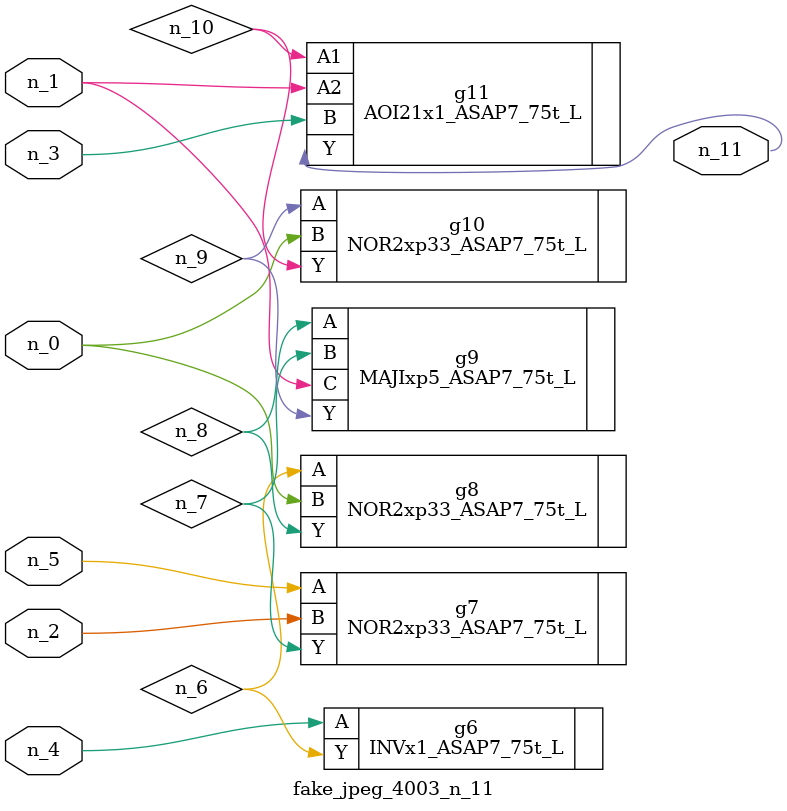
<source format=v>
module fake_jpeg_4003_n_11 (n_3, n_2, n_1, n_0, n_4, n_5, n_11);

input n_3;
input n_2;
input n_1;
input n_0;
input n_4;
input n_5;

output n_11;

wire n_10;
wire n_8;
wire n_9;
wire n_6;
wire n_7;

INVx1_ASAP7_75t_L g6 ( 
.A(n_4),
.Y(n_6)
);

NOR2xp33_ASAP7_75t_L g7 ( 
.A(n_5),
.B(n_2),
.Y(n_7)
);

NOR2xp33_ASAP7_75t_L g8 ( 
.A(n_6),
.B(n_0),
.Y(n_8)
);

MAJIxp5_ASAP7_75t_L g9 ( 
.A(n_8),
.B(n_7),
.C(n_1),
.Y(n_9)
);

NOR2xp33_ASAP7_75t_L g10 ( 
.A(n_9),
.B(n_0),
.Y(n_10)
);

AOI21x1_ASAP7_75t_L g11 ( 
.A1(n_10),
.A2(n_1),
.B(n_3),
.Y(n_11)
);


endmodule
</source>
